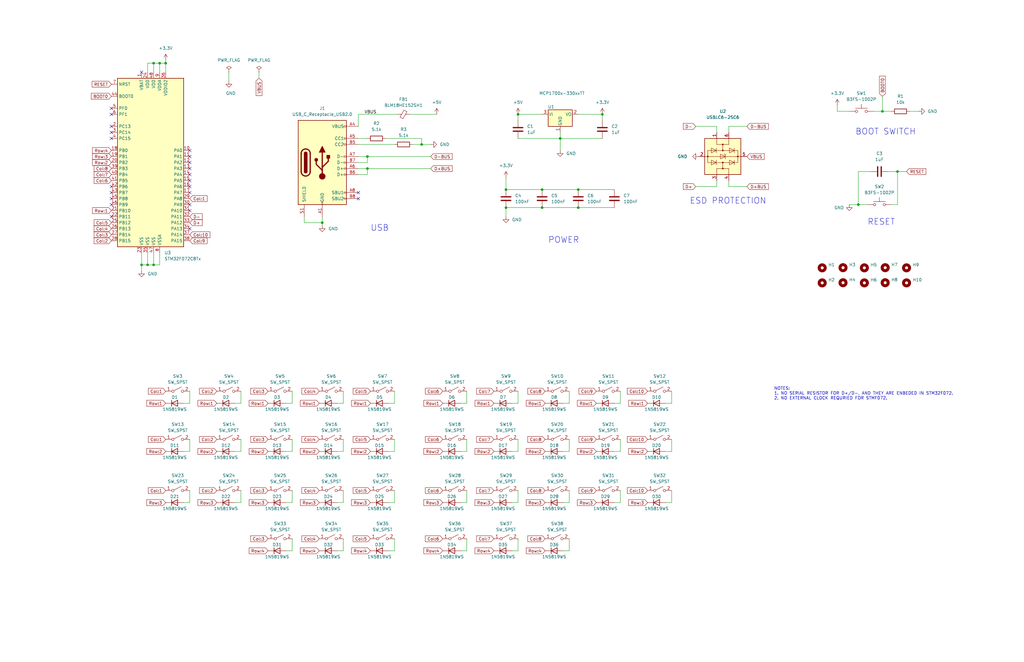
<source format=kicad_sch>
(kicad_sch (version 20230121) (generator eeschema)
  (paper "B")
  (junction (at 254 48.26))
  (junction (at 243.84 87.63))
  (junction (at 154.94 71.12))
  (junction (at 177.8 60.96))
  (junction (at 213.36 87.63))
  (junction (at 64.77 26.67))
  (junction (at 135.89 93.98))
  (junction (at 228.6 87.63))
  (junction (at 64.77 111.76))
  (junction (at 378.46 72.39))
  (junction (at 213.36 80.01))
  (junction (at 154.94 66.04))
  (junction (at 69.85 26.67))
  (junction (at 361.95 86.36))
  (junction (at 228.6 80.01))
  (junction (at 218.44 48.26))
  (junction (at 59.69 111.76))
  (junction (at 236.22 58.42))
  (junction (at 67.31 26.67))
  (junction (at 62.23 111.76))
  (junction (at 243.84 80.01))
  (junction (at 372.11 46.99))
  (no_connect (at 80.01 63.5))
  (no_connect (at 80.01 66.04))
  (no_connect (at 46.99 83.82))
  (no_connect (at 80.01 86.36))
  (no_connect (at 80.01 88.9))
  (no_connect (at 46.99 53.34))
  (no_connect (at 80.01 78.74))
  (no_connect (at 46.99 91.44))
  (no_connect (at 46.99 48.26))
  (no_connect (at 46.99 81.28))
  (no_connect (at 46.99 58.42))
  (no_connect (at 151.13 83.82))
  (no_connect (at 80.01 81.28))
  (no_connect (at 46.99 45.72))
  (no_connect (at 80.01 71.12))
  (no_connect (at 80.01 96.52))
  (no_connect (at 46.99 55.88))
  (no_connect (at 151.13 81.28))
  (no_connect (at 59.69 30.48))
  (no_connect (at 46.99 78.74))
  (no_connect (at 80.01 76.2))
  (no_connect (at 46.99 86.36))
  (no_connect (at 80.01 68.58))
  (no_connect (at 80.01 73.66))
  (wire (pts (xy 383.54 46.99) (xy 387.35 46.99)))
  (wire (pts (xy 144.78 207.01) (xy 144.78 212.09)))
  (wire (pts (xy 240.03 212.09) (xy 237.49 212.09)))
  (wire (pts (xy 196.85 170.18) (xy 194.31 170.18)))
  (wire (pts (xy 162.56 58.42) (xy 177.8 58.42)))
  (wire (pts (xy 80.01 212.09) (xy 77.47 212.09)))
  (wire (pts (xy 166.37 185.42) (xy 166.37 190.5)))
  (wire (pts (xy 123.19 190.5) (xy 120.65 190.5)))
  (wire (pts (xy 283.21 165.1) (xy 283.21 170.18)))
  (wire (pts (xy 213.36 87.63) (xy 228.6 87.63)))
  (wire (pts (xy 218.44 58.42) (xy 236.22 58.42)))
  (wire (pts (xy 154.94 71.12) (xy 181.61 71.12)))
  (wire (pts (xy 196.85 185.42) (xy 196.85 190.5)))
  (wire (pts (xy 144.78 170.18) (xy 142.24 170.18)))
  (wire (pts (xy 196.85 227.33) (xy 196.85 232.41)))
  (wire (pts (xy 218.44 165.1) (xy 218.44 170.18)))
  (wire (pts (xy 62.23 30.48) (xy 62.23 26.67)))
  (wire (pts (xy 69.85 25.4) (xy 69.85 26.67)))
  (wire (pts (xy 240.03 227.33) (xy 240.03 232.41)))
  (wire (pts (xy 101.6 190.5) (xy 99.06 190.5)))
  (wire (pts (xy 218.44 50.8) (xy 218.44 48.26)))
  (wire (pts (xy 64.77 106.68) (xy 64.77 111.76)))
  (wire (pts (xy 69.85 26.67) (xy 69.85 30.48)))
  (wire (pts (xy 213.36 91.44) (xy 213.36 87.63)))
  (wire (pts (xy 64.77 26.67) (xy 64.77 30.48)))
  (wire (pts (xy 151.13 68.58) (xy 154.94 68.58)))
  (wire (pts (xy 283.21 207.01) (xy 283.21 212.09)))
  (wire (pts (xy 172.72 48.26) (xy 184.15 48.26)))
  (wire (pts (xy 261.62 190.5) (xy 259.08 190.5)))
  (wire (pts (xy 213.36 74.93) (xy 213.36 80.01)))
  (wire (pts (xy 283.21 170.18) (xy 280.67 170.18)))
  (wire (pts (xy 151.13 58.42) (xy 154.94 58.42)))
  (wire (pts (xy 243.84 48.26) (xy 254 48.26)))
  (wire (pts (xy 372.11 46.99) (xy 372.11 40.64)))
  (wire (pts (xy 218.44 190.5) (xy 215.9 190.5)))
  (wire (pts (xy 144.78 212.09) (xy 142.24 212.09)))
  (wire (pts (xy 67.31 26.67) (xy 67.31 30.48)))
  (wire (pts (xy 302.26 78.74) (xy 293.37 78.74)))
  (wire (pts (xy 151.13 48.26) (xy 167.64 48.26)))
  (wire (pts (xy 307.34 55.88) (xy 307.34 53.34)))
  (wire (pts (xy 80.01 170.18) (xy 77.47 170.18)))
  (wire (pts (xy 283.21 190.5) (xy 280.67 190.5)))
  (wire (pts (xy 80.01 165.1) (xy 80.01 170.18)))
  (wire (pts (xy 144.78 185.42) (xy 144.78 190.5)))
  (wire (pts (xy 151.13 66.04) (xy 154.94 66.04)))
  (wire (pts (xy 151.13 71.12) (xy 154.94 71.12)))
  (wire (pts (xy 196.85 190.5) (xy 194.31 190.5)))
  (wire (pts (xy 64.77 111.76) (xy 67.31 111.76)))
  (wire (pts (xy 361.95 72.39) (xy 361.95 86.36)))
  (wire (pts (xy 154.94 68.58) (xy 154.94 66.04)))
  (wire (pts (xy 261.62 170.18) (xy 259.08 170.18)))
  (wire (pts (xy 254 48.26) (xy 254 50.8)))
  (wire (pts (xy 128.27 93.98) (xy 135.89 93.98)))
  (wire (pts (xy 240.03 232.41) (xy 237.49 232.41)))
  (wire (pts (xy 177.8 60.96) (xy 181.61 60.96)))
  (wire (pts (xy 368.3 46.99) (xy 372.11 46.99)))
  (wire (pts (xy 166.37 190.5) (xy 163.83 190.5)))
  (wire (pts (xy 101.6 207.01) (xy 101.6 212.09)))
  (wire (pts (xy 372.11 46.99) (xy 375.92 46.99)))
  (wire (pts (xy 218.44 185.42) (xy 218.44 190.5)))
  (wire (pts (xy 166.37 170.18) (xy 163.83 170.18)))
  (wire (pts (xy 218.44 170.18) (xy 215.9 170.18)))
  (wire (pts (xy 378.46 86.36) (xy 378.46 72.39)))
  (wire (pts (xy 375.92 86.36) (xy 378.46 86.36)))
  (wire (pts (xy 358.14 86.36) (xy 361.95 86.36)))
  (wire (pts (xy 177.8 58.42) (xy 177.8 60.96)))
  (wire (pts (xy 261.62 165.1) (xy 261.62 170.18)))
  (wire (pts (xy 154.94 73.66) (xy 154.94 71.12)))
  (wire (pts (xy 96.52 30.48) (xy 96.52 34.29)))
  (wire (pts (xy 109.22 30.48) (xy 109.22 33.02)))
  (wire (pts (xy 261.62 185.42) (xy 261.62 190.5)))
  (wire (pts (xy 283.21 185.42) (xy 283.21 190.5)))
  (wire (pts (xy 64.77 26.67) (xy 67.31 26.67)))
  (wire (pts (xy 307.34 53.34) (xy 314.96 53.34)))
  (wire (pts (xy 123.19 185.42) (xy 123.19 190.5)))
  (wire (pts (xy 240.03 190.5) (xy 237.49 190.5)))
  (wire (pts (xy 353.06 46.99) (xy 353.06 44.45)))
  (wire (pts (xy 123.19 170.18) (xy 120.65 170.18)))
  (wire (pts (xy 101.6 212.09) (xy 99.06 212.09)))
  (wire (pts (xy 59.69 111.76) (xy 62.23 111.76)))
  (wire (pts (xy 151.13 53.34) (xy 151.13 48.26)))
  (wire (pts (xy 144.78 190.5) (xy 142.24 190.5)))
  (wire (pts (xy 196.85 165.1) (xy 196.85 170.18)))
  (wire (pts (xy 59.69 106.68) (xy 59.69 111.76)))
  (wire (pts (xy 123.19 212.09) (xy 120.65 212.09)))
  (wire (pts (xy 367.03 72.39) (xy 361.95 72.39)))
  (wire (pts (xy 151.13 73.66) (xy 154.94 73.66)))
  (wire (pts (xy 243.84 80.01) (xy 259.08 80.01)))
  (wire (pts (xy 302.26 76.2) (xy 302.26 78.74)))
  (wire (pts (xy 123.19 165.1) (xy 123.19 170.18)))
  (wire (pts (xy 314.96 78.74) (xy 307.34 78.74)))
  (wire (pts (xy 228.6 80.01) (xy 243.84 80.01)))
  (wire (pts (xy 135.89 93.98) (xy 135.89 91.44)))
  (wire (pts (xy 240.03 170.18) (xy 237.49 170.18)))
  (wire (pts (xy 218.44 227.33) (xy 218.44 232.41)))
  (wire (pts (xy 154.94 66.04) (xy 181.61 66.04)))
  (wire (pts (xy 213.36 80.01) (xy 228.6 80.01)))
  (wire (pts (xy 358.14 46.99) (xy 353.06 46.99)))
  (wire (pts (xy 196.85 207.01) (xy 196.85 212.09)))
  (wire (pts (xy 128.27 91.44) (xy 128.27 93.98)))
  (wire (pts (xy 123.19 232.41) (xy 120.65 232.41)))
  (wire (pts (xy 236.22 58.42) (xy 236.22 55.88)))
  (wire (pts (xy 62.23 26.67) (xy 64.77 26.67)))
  (wire (pts (xy 151.13 60.96) (xy 166.37 60.96)))
  (wire (pts (xy 166.37 165.1) (xy 166.37 170.18)))
  (wire (pts (xy 166.37 227.33) (xy 166.37 232.41)))
  (wire (pts (xy 144.78 165.1) (xy 144.78 170.18)))
  (wire (pts (xy 123.19 227.33) (xy 123.19 232.41)))
  (wire (pts (xy 173.99 60.96) (xy 177.8 60.96)))
  (wire (pts (xy 135.89 95.25) (xy 135.89 93.98)))
  (wire (pts (xy 62.23 106.68) (xy 62.23 111.76)))
  (wire (pts (xy 196.85 212.09) (xy 194.31 212.09)))
  (wire (pts (xy 166.37 207.01) (xy 166.37 212.09)))
  (wire (pts (xy 374.65 72.39) (xy 378.46 72.39)))
  (wire (pts (xy 59.69 111.76) (xy 59.69 114.3)))
  (wire (pts (xy 236.22 58.42) (xy 236.22 63.5)))
  (wire (pts (xy 123.19 207.01) (xy 123.19 212.09)))
  (wire (pts (xy 144.78 227.33) (xy 144.78 232.41)))
  (wire (pts (xy 240.03 207.01) (xy 240.03 212.09)))
  (wire (pts (xy 261.62 212.09) (xy 259.08 212.09)))
  (wire (pts (xy 67.31 26.67) (xy 69.85 26.67)))
  (wire (pts (xy 261.62 207.01) (xy 261.62 212.09)))
  (wire (pts (xy 218.44 48.26) (xy 228.6 48.26)))
  (wire (pts (xy 166.37 212.09) (xy 163.83 212.09)))
  (wire (pts (xy 67.31 106.68) (xy 67.31 111.76)))
  (wire (pts (xy 228.6 87.63) (xy 243.84 87.63)))
  (wire (pts (xy 302.26 53.34) (xy 302.26 55.88)))
  (wire (pts (xy 293.37 53.34) (xy 302.26 53.34)))
  (wire (pts (xy 62.23 111.76) (xy 64.77 111.76)))
  (wire (pts (xy 218.44 207.01) (xy 218.44 212.09)))
  (wire (pts (xy 101.6 185.42) (xy 101.6 190.5)))
  (wire (pts (xy 283.21 212.09) (xy 280.67 212.09)))
  (wire (pts (xy 80.01 190.5) (xy 77.47 190.5)))
  (wire (pts (xy 218.44 232.41) (xy 215.9 232.41)))
  (wire (pts (xy 254 58.42) (xy 236.22 58.42)))
  (wire (pts (xy 101.6 165.1) (xy 101.6 170.18)))
  (wire (pts (xy 240.03 165.1) (xy 240.03 170.18)))
  (wire (pts (xy 361.95 86.36) (xy 365.76 86.36)))
  (wire (pts (xy 218.44 212.09) (xy 215.9 212.09)))
  (wire (pts (xy 307.34 78.74) (xy 307.34 76.2)))
  (wire (pts (xy 144.78 232.41) (xy 142.24 232.41)))
  (wire (pts (xy 101.6 170.18) (xy 99.06 170.18)))
  (wire (pts (xy 80.01 207.01) (xy 80.01 212.09)))
  (wire (pts (xy 166.37 232.41) (xy 163.83 232.41)))
  (wire (pts (xy 240.03 185.42) (xy 240.03 190.5)))
  (wire (pts (xy 196.85 232.41) (xy 194.31 232.41)))
  (wire (pts (xy 80.01 185.42) (xy 80.01 190.5)))
  (wire (pts (xy 378.46 72.39) (xy 382.27 72.39)))
  (wire (pts (xy 243.84 87.63) (xy 259.08 87.63)))
  (text "POWER" (at 231.14 102.87 0) (effects (font (size 2.54 2.54)) (justify left bottom)))
  (text "ESD PROTECTION" (at 290.83 86.36 0) (effects (font (size 2.54 2.54)) (justify left bottom)))
  (text "BOOT SWITCH" (at 360.68 57.15 0) (effects (font (size 2.54 2.54)) (justify left bottom)))
  (text "USB" (at 156.21 97.79 0) (effects (font (size 2.54 2.54)) (justify left bottom)))
  (text "NOTES:\n1. NO SERIAL RESISTOR FOR D+/D-, AND THEY ARE ENBEDED IN STM32F072.\n2. NO EXTERNAL CLOCK REQURIED FOR STMF072." (at 326.39 168.91 0) (effects (font (size 1.27 1.27)) (justify left bottom)))
  (text "RESET" (at 365.76 95.25 0) (effects (font (size 2.54 2.54)) (justify left bottom)))
  (label "VBUS" (at 153.67 48.26 0))
  (global_label "Row:4" (shape input) (at 134.62 232.41 180) (property "Intersheetrefs" "${INTERSHEET_REFS}" (effects hide)))
  (global_label "Row:2" (shape input) (at 251.46 190.5 180) (property "Intersheetrefs" "${INTERSHEET_REFS}" (effects hide)))
  (global_label "Row:4" (shape input) (at 229.87 232.41 180) (property "Intersheetrefs" "${INTERSHEET_REFS}" (effects hide)))
  (global_label "Col:7" (shape input) (at 208.28 165.1 180) (property "Intersheetrefs" "${INTERSHEET_REFS}" (effects hide)))
  (global_label "Row:2" (shape input) (at 273.05 190.5 180) (property "Intersheetrefs" "${INTERSHEET_REFS}" (effects hide)))
  (global_label "Row:2" (shape input) (at 134.62 190.5 180) (property "Intersheetrefs" "${INTERSHEET_REFS}" (effects hide)))
  (global_label "D+" (shape input) (at 293.37 78.74 180) (property "Intersheetrefs" "${INTERSHEET_REFS}" (effects hide)))
  (global_label "Row:3" (shape input) (at 251.46 212.09 180) (property "Intersheetrefs" "${INTERSHEET_REFS}" (effects hide)))
  (global_label "Col:3" (shape input) (at 113.03 227.33 180) (property "Intersheetrefs" "${INTERSHEET_REFS}" (effects hide)))
  (global_label "Row:2" (shape input) (at 156.21 190.5 180) (property "Intersheetrefs" "${INTERSHEET_REFS}" (effects hide)))
  (global_label "RESET" (shape input) (at 46.99 35.56 180) (property "Intersheetrefs" "${INTERSHEET_REFS}" (effects hide)))
  (global_label "Row:2" (shape input) (at 208.28 190.5 180) (property "Intersheetrefs" "${INTERSHEET_REFS}" (effects hide)))
  (global_label "Col:8" (shape input) (at 46.99 71.12 180) (property "Intersheetrefs" "${INTERSHEET_REFS}" (effects hide)))
  (global_label "Col:3" (shape input) (at 113.03 185.42 180) (property "Intersheetrefs" "${INTERSHEET_REFS}" (effects hide)))
  (global_label "D+BUS" (shape input) (at 314.96 78.74 0) (property "Intersheetrefs" "${INTERSHEET_REFS}" (effects hide)))
  (global_label "Row:3" (shape input) (at 186.69 212.09 180) (property "Intersheetrefs" "${INTERSHEET_REFS}" (effects hide)))
  (global_label "Col:4" (shape input) (at 134.62 185.42 180) (property "Intersheetrefs" "${INTERSHEET_REFS}" (effects hide)))
  (global_label "Row:1" (shape input) (at 46.99 88.9 180) (property "Intersheetrefs" "${INTERSHEET_REFS}" (effects hide)))
  (global_label "Col:1" (shape input) (at 80.01 83.82 0) (property "Intersheetrefs" "${INTERSHEET_REFS}" (effects hide)))
  (global_label "Row:1" (shape input) (at 208.28 170.18 180) (property "Intersheetrefs" "${INTERSHEET_REFS}" (effects hide)))
  (global_label "Row:4" (shape input) (at 208.28 232.41 180) (property "Intersheetrefs" "${INTERSHEET_REFS}" (effects hide)))
  (global_label "D+" (shape input) (at 80.01 93.98 0) (property "Intersheetrefs" "${INTERSHEET_REFS}" (effects hide)))
  (global_label "Col:8" (shape input) (at 229.87 227.33 180) (property "Intersheetrefs" "${INTERSHEET_REFS}" (effects hide)))
  (global_label "D-" (shape input) (at 80.01 91.44 0) (property "Intersheetrefs" "${INTERSHEET_REFS}" (effects hide)))
  (global_label "Row:1" (shape input) (at 251.46 170.18 180) (property "Intersheetrefs" "${INTERSHEET_REFS}" (effects hide)))
  (global_label "Col:9" (shape input) (at 251.46 185.42 180) (property "Intersheetrefs" "${INTERSHEET_REFS}" (effects hide)))
  (global_label "Col:7" (shape input) (at 46.99 73.66 180) (property "Intersheetrefs" "${INTERSHEET_REFS}" (effects hide)))
  (global_label "Col:8" (shape input) (at 229.87 207.01 180) (property "Intersheetrefs" "${INTERSHEET_REFS}" (effects hide)))
  (global_label "Col:9" (shape input) (at 80.01 101.6 0) (property "Intersheetrefs" "${INTERSHEET_REFS}" (effects hide)))
  (global_label "Col:4" (shape input) (at 134.62 165.1 180) (property "Intersheetrefs" "${INTERSHEET_REFS}" (effects hide)))
  (global_label "Row:4" (shape input) (at 113.03 232.41 180) (property "Intersheetrefs" "${INTERSHEET_REFS}" (effects hide)))
  (global_label "Row:4" (shape input) (at 186.69 232.41 180) (property "Intersheetrefs" "${INTERSHEET_REFS}" (effects hide)))
  (global_label "Col:1" (shape input) (at 69.85 165.1 180) (property "Intersheetrefs" "${INTERSHEET_REFS}" (effects hide)))
  (global_label "Row:3" (shape input) (at 46.99 66.04 180) (property "Intersheetrefs" "${INTERSHEET_REFS}" (effects hide)))
  (global_label "Col:1" (shape input) (at 69.85 185.42 180) (property "Intersheetrefs" "${INTERSHEET_REFS}" (effects hide)))
  (global_label "Col:5" (shape input) (at 156.21 207.01 180) (property "Intersheetrefs" "${INTERSHEET_REFS}" (effects hide)))
  (global_label "Row:1" (shape input) (at 91.44 170.18 180) (property "Intersheetrefs" "${INTERSHEET_REFS}" (effects hide)))
  (global_label "Row:3" (shape input) (at 134.62 212.09 180) (property "Intersheetrefs" "${INTERSHEET_REFS}" (effects hide)))
  (global_label "Col:3" (shape input) (at 113.03 165.1 180) (property "Intersheetrefs" "${INTERSHEET_REFS}" (effects hide)))
  (global_label "Row:1" (shape input) (at 113.03 170.18 180) (property "Intersheetrefs" "${INTERSHEET_REFS}" (effects hide)))
  (global_label "Row:3" (shape input) (at 113.03 212.09 180) (property "Intersheetrefs" "${INTERSHEET_REFS}" (effects hide)))
  (global_label "Col:5" (shape input) (at 156.21 227.33 180) (property "Intersheetrefs" "${INTERSHEET_REFS}" (effects hide)))
  (global_label "Row:3" (shape input) (at 229.87 212.09 180) (property "Intersheetrefs" "${INTERSHEET_REFS}" (effects hide)))
  (global_label "Col:2" (shape input) (at 46.99 101.6 180) (property "Intersheetrefs" "${INTERSHEET_REFS}" (effects hide)))
  (global_label "BOOT0" (shape input) (at 372.11 40.64 90) (property "Intersheetrefs" "${INTERSHEET_REFS}" (effects hide)))
  (global_label "Row:3" (shape input) (at 69.85 212.09 180) (property "Intersheetrefs" "${INTERSHEET_REFS}" (effects hide)))
  (global_label "Col:6" (shape input) (at 46.99 76.2 180) (property "Intersheetrefs" "${INTERSHEET_REFS}" (effects hide)))
  (global_label "Row:2" (shape input) (at 46.99 68.58 180) (property "Intersheetrefs" "${INTERSHEET_REFS}" (effects hide)))
  (global_label "Row:1" (shape input) (at 186.69 170.18 180) (property "Intersheetrefs" "${INTERSHEET_REFS}" (effects hide)))
  (global_label "D-BUS" (shape input) (at 314.96 53.34 0) (property "Intersheetrefs" "${INTERSHEET_REFS}" (effects hide)))
  (global_label "D-" (shape input) (at 293.37 53.34 180) (property "Intersheetrefs" "${INTERSHEET_REFS}" (effects hide)))
  (global_label "Col:8" (shape input) (at 229.87 165.1 180) (property "Intersheetrefs" "${INTERSHEET_REFS}" (effects hide)))
  (global_label "Col:9" (shape input) (at 251.46 207.01 180) (property "Intersheetrefs" "${INTERSHEET_REFS}" (effects hide)))
  (global_label "Col:4" (shape input) (at 134.62 207.01 180) (property "Intersheetrefs" "${INTERSHEET_REFS}" (effects hide)))
  (global_label "D-BUS" (shape input) (at 181.61 66.04 0) (property "Intersheetrefs" "${INTERSHEET_REFS}" (effects hide)))
  (global_label "Row:2" (shape input) (at 113.03 190.5 180) (property "Intersheetrefs" "${INTERSHEET_REFS}" (effects hide)))
  (global_label "VBUS" (shape input) (at 109.22 33.02 270) (property "Intersheetrefs" "${INTERSHEET_REFS}" (effects hide)))
  (global_label "Row:3" (shape input) (at 91.44 212.09 180) (property "Intersheetrefs" "${INTERSHEET_REFS}" (effects hide)))
  (global_label "Row:4" (shape input) (at 156.21 232.41 180) (property "Intersheetrefs" "${INTERSHEET_REFS}" (effects hide)))
  (global_label "Row:2" (shape input) (at 229.87 190.5 180) (property "Intersheetrefs" "${INTERSHEET_REFS}" (effects hide)))
  (global_label "Col:6" (shape input) (at 186.69 227.33 180) (property "Intersheetrefs" "${INTERSHEET_REFS}" (effects hide)))
  (global_label "Col:7" (shape input) (at 208.28 227.33 180) (property "Intersheetrefs" "${INTERSHEET_REFS}" (effects hide)))
  (global_label "Row:2" (shape input) (at 186.69 190.5 180) (property "Intersheetrefs" "${INTERSHEET_REFS}" (effects hide)))
  (global_label "Col:6" (shape input) (at 186.69 165.1 180) (property "Intersheetrefs" "${INTERSHEET_REFS}" (effects hide)))
  (global_label "Row:4" (shape input) (at 46.99 63.5 180) (property "Intersheetrefs" "${INTERSHEET_REFS}" (effects hide)))
  (global_label "Col:7" (shape input) (at 208.28 207.01 180) (property "Intersheetrefs" "${INTERSHEET_REFS}" (effects hide)))
  (global_label "BOOT0" (shape input) (at 46.99 40.64 180) (property "Intersheetrefs" "${INTERSHEET_REFS}" (effects hide)))
  (global_label "Row:1" (shape input) (at 273.05 170.18 180) (property "Intersheetrefs" "${INTERSHEET_REFS}" (effects hide)))
  (global_label "Col:2" (shape input) (at 91.44 207.01 180) (property "Intersheetrefs" "${INTERSHEET_REFS}" (effects hide)))
  (global_label "RESET" (shape input) (at 382.27 72.39 0) (property "Intersheetrefs" "${INTERSHEET_REFS}" (effects hide)))
  (global_label "Col:10" (shape input) (at 273.05 165.1 180) (property "Intersheetrefs" "${INTERSHEET_REFS}" (effects hide)))
  (global_label "Row:3" (shape input) (at 156.21 212.09 180) (property "Intersheetrefs" "${INTERSHEET_REFS}" (effects hide)))
  (global_label "Col:8" (shape input) (at 229.87 185.42 180) (property "Intersheetrefs" "${INTERSHEET_REFS}" (effects hide)))
  (global_label "Col:10" (shape input) (at 80.01 99.06 0) (property "Intersheetrefs" "${INTERSHEET_REFS}" (effects hide)))
  (global_label "Row:1" (shape input) (at 229.87 170.18 180) (property "Intersheetrefs" "${INTERSHEET_REFS}" (effects hide)))
  (global_label "Row:1" (shape input) (at 134.62 170.18 180) (property "Intersheetrefs" "${INTERSHEET_REFS}" (effects hide)))
  (global_label "Col:3" (shape input) (at 46.99 99.06 180) (property "Intersheetrefs" "${INTERSHEET_REFS}" (effects hide)))
  (global_label "Col:7" (shape input) (at 208.28 185.42 180) (property "Intersheetrefs" "${INTERSHEET_REFS}" (effects hide)))
  (global_label "Row:3" (shape input) (at 208.28 212.09 180) (property "Intersheetrefs" "${INTERSHEET_REFS}" (effects hide)))
  (global_label "Col:10" (shape input) (at 273.05 207.01 180) (property "Intersheetrefs" "${INTERSHEET_REFS}" (effects hide)))
  (global_label "Col:4" (shape input) (at 46.99 96.52 180) (property "Intersheetrefs" "${INTERSHEET_REFS}" (effects hide)))
  (global_label "Col:2" (shape input) (at 91.44 165.1 180) (property "Intersheetrefs" "${INTERSHEET_REFS}" (effects hide)))
  (global_label "Row:1" (shape input) (at 69.85 170.18 180) (property "Intersheetrefs" "${INTERSHEET_REFS}" (effects hide)))
  (global_label "Row:3" (shape input) (at 273.05 212.09 180) (property "Intersheetrefs" "${INTERSHEET_REFS}" (effects hide)))
  (global_label "Col:5" (shape input) (at 46.99 93.98 180) (property "Intersheetrefs" "${INTERSHEET_REFS}" (effects hide)))
  (global_label "Col:9" (shape input) (at 251.46 165.1 180) (property "Intersheetrefs" "${INTERSHEET_REFS}" (effects hide)))
  (global_label "Col:3" (shape input) (at 113.03 207.01 180) (property "Intersheetrefs" "${INTERSHEET_REFS}" (effects hide)))
  (global_label "Col:6" (shape input) (at 186.69 207.01 180) (property "Intersheetrefs" "${INTERSHEET_REFS}" (effects hide)))
  (global_label "Row:2" (shape input) (at 91.44 190.5 180) (property "Intersheetrefs" "${INTERSHEET_REFS}" (effects hide)))
  (global_label "Col:10" (shape input) (at 273.05 185.42 180) (property "Intersheetrefs" "${INTERSHEET_REFS}" (effects hide)))
  (global_label "Col:5" (shape input) (at 156.21 165.1 180) (property "Intersheetrefs" "${INTERSHEET_REFS}" (effects hide)))
  (global_label "Row:1" (shape input) (at 156.21 170.18 180) (property "Intersheetrefs" "${INTERSHEET_REFS}" (effects hide)))
  (global_label "D+BUS" (shape input) (at 181.61 71.12 0) (property "Intersheetrefs" "${INTERSHEET_REFS}" (effects hide)))
  (global_label "Col:2" (shape input) (at 91.44 185.42 180) (property "Intersheetrefs" "${INTERSHEET_REFS}" (effects hide)))
  (global_label "Row:2" (shape input) (at 69.85 190.5 180) (property "Intersheetrefs" "${INTERSHEET_REFS}" (effects hide)))
  (global_label "Col:5" (shape input) (at 156.21 185.42 180) (property "Intersheetrefs" "${INTERSHEET_REFS}" (effects hide)))
  (global_label "VBUS" (shape input) (at 314.96 66.04 0) (property "Intersheetrefs" "${INTERSHEET_REFS}" (effects hide)))
  (global_label "Col:6" (shape input) (at 186.69 185.42 180) (property "Intersheetrefs" "${INTERSHEET_REFS}" (effects hide)))
  (global_label "Col:4" (shape input) (at 134.62 227.33 180) (property "Intersheetrefs" "${INTERSHEET_REFS}" (effects hide)))
  (global_label "Col:1" (shape input) (at 69.85 207.01 180) (property "Intersheetrefs" "${INTERSHEET_REFS}" (effects hide)))
  (symbol (lib_id "Device:D") (at 190.5 170.18 0) (unit 1)
    (property "Reference" "D6" (at 190.5 167.64 0))
    (property "Value" "1N5819WS" (at 190.5 172.72 0))
    (property "Footprint" "Diode_SMD:D_SOD-323" (effects hide))
    (property "LCSC Part Number" "C191023" (effects hide))
  )
  (symbol (lib_id "power:GND") (at 358.14 86.36 0) (unit 1)
    (property "Reference" "#PWR010" (effects hide))
    (property "Value" "GND" (at 351.79 87.63 0) (effects (justify left)))
  )
  (symbol (lib_id "Device:D") (at 212.09 232.41 0) (unit 1)
    (property "Reference" "D35" (at 212.09 229.87 0))
    (property "Value" "1N5819WS" (at 212.09 234.95 0))
    (property "Footprint" "Diode_SMD:D_SOD-323" (effects hide))
    (property "LCSC Part Number" "C191023" (effects hide))
  )
  (symbol (lib_id "Device:D") (at 160.02 190.5 0) (unit 1)
    (property "Reference" "D15" (at 160.02 187.96 0))
    (property "Value" "1N5819WS" (at 160.02 193.04 0))
    (property "Footprint" "Diode_SMD:D_SOD-323" (effects hide))
    (property "LCSC Part Number" "C191023" (effects hide))
  )
  (symbol (lib_id "Device:D") (at 138.43 212.09 0) (unit 1)
    (property "Reference" "D24" (at 138.43 209.55 0))
    (property "Value" "1N5819WS" (at 138.43 214.63 0))
    (property "Footprint" "Diode_SMD:D_SOD-323" (effects hide))
    (property "LCSC Part Number" "C191023" (effects hide))
  )
  (symbol (lib_id "Mechanical:MountingHole") (at 346.71 113.03 0) (unit 1)
    (property "Reference" "H1" (at 349.25 111.7599 0) (effects (justify left)))
    (property "Value" "M3" (effects hide))
    (property "Footprint" "MountingHole:MountingHole_3.2mm_M3_DIN965" (effects hide))
    (property "LCSC Part Number" "n/a" (effects hide))
  )
  (symbol (lib_id "power:PWR_FLAG") (at 109.22 30.48 0) (unit 1)
    (property "Reference" "#FLG02" (effects hide))
    (property "Value" "PWR_FLAG" (at 109.22 25.4 0))
  )
  (symbol (lib_id "Device:D") (at 116.84 212.09 0) (unit 1)
    (property "Reference" "D23" (at 116.84 209.55 0))
    (property "Value" "1N5819WS" (at 116.84 214.63 0))
    (property "Footprint" "Diode_SMD:D_SOD-323" (effects hide))
    (property "LCSC Part Number" "C191023" (effects hide))
  )
  (symbol (lib_id "Device:C") (at 370.84 72.39 90) (unit 1)
    (property "Reference" "C3" (at 370.84 64.77 90))
    (property "Value" "1uF" (at 370.84 67.31 90))
    (property "Footprint" "Capacitor_SMD:C_0805_2012Metric" (effects hide))
    (property "LCSC Part Number" "C28323" (effects hide))
  )
  (symbol (lib_id "Switch:SW_SPST") (at 213.36 185.42 0) (unit 1)
    (property "Reference" "SW19" (at 213.36 179.07 0))
    (property "Value" "SW_SPST" (at 213.36 181.61 0))
    (property "Footprint" "keyswitches:Kailh_socket_MX" (effects hide))
    (property "LCSC Part Number" "n/a" (effects hide))
  )
  (symbol (lib_id "power:GND") (at 96.52 34.29 0) (unit 1)
    (property "Reference" "#PWR02" (effects hide))
    (property "Value" "GND" (at 95.25 39.37 0) (effects (justify left)))
  )
  (symbol (lib_id "Switch:SW_SPST") (at 191.77 185.42 0) (unit 1)
    (property "Reference" "SW18" (at 191.77 179.07 0))
    (property "Value" "SW_SPST" (at 191.77 181.61 0))
    (property "Footprint" "keyswitches:Kailh_socket_MX" (effects hide))
    (property "LCSC Part Number" "n/a" (effects hide))
  )
  (symbol (lib_id "Switch:SW_SPST") (at 191.77 227.33 0) (unit 1)
    (property "Reference" "SW36" (at 191.77 220.98 0))
    (property "Value" "SW_SPST" (at 191.77 223.52 0))
    (property "Footprint" "keyswitches:Kailh_socket_MX" (effects hide))
    (property "LCSC Part Number" "n/a" (effects hide))
  )
  (symbol (lib_id "Power_Protection:USBLC6-2SC6") (at 304.8 66.04 270) (unit 1)
    (property "Reference" "U2" (at 304.8 46.99 90))
    (property "Value" "USBLC6-2SC6" (at 304.8 49.53 90))
    (property "Footprint" "Package_TO_SOT_SMD:SOT-23-6" (effects hide))
    (property "Datasheet" "https://www.st.com/resource/en/datasheet/usblc6-2.pdf" (effects hide))
    (property "LCSC Part Number" "C7519" (effects hide))
  )
  (symbol (lib_id "Switch:SW_SPST") (at 139.7 185.42 0) (unit 1)
    (property "Reference" "SW16" (at 139.7 179.07 0))
    (property "Value" "SW_SPST" (at 139.7 181.61 0))
    (property "Footprint" "keyswitches:Kailh_socket_MX" (effects hide))
    (property "LCSC Part Number" "n/a" (effects hide))
  )
  (symbol (lib_id "Switch:SW_SPST") (at 139.7 165.1 0) (unit 1)
    (property "Reference" "SW6" (at 139.7 158.75 0))
    (property "Value" "SW_SPST" (at 139.7 161.29 0))
    (property "Footprint" "keyswitches:Kailh_socket_MX" (effects hide))
    (property "LCSC Part Number" "n/a" (effects hide))
  )
  (symbol (lib_id "power:GND") (at 213.36 91.44 0) (unit 1)
    (property "Reference" "#PWR011" (effects hide))
    (property "Value" "GND" (at 215.9 92.7099 0) (effects (justify left)))
  )
  (symbol (lib_id "Switch:SW_SPST") (at 96.52 185.42 0) (unit 1)
    (property "Reference" "SW14" (at 96.52 179.07 0))
    (property "Value" "SW_SPST" (at 96.52 181.61 0))
    (property "Footprint" "keyswitches:Kailh_socket_MX" (effects hide))
    (property "LCSC Part Number" "n/a" (effects hide))
  )
  (symbol (lib_id "Device:C") (at 254 54.61 0) (unit 1)
    (property "Reference" "C2" (at 257.81 53.3399 0) (effects (justify left)))
    (property "Value" "1uF" (at 257.81 55.8799 0) (effects (justify left)))
    (property "Footprint" "Capacitor_SMD:C_0805_2012Metric" (effects hide))
    (property "LCSC Part Number" "C28323" (effects hide))
  )
  (symbol (lib_id "power:PWR_FLAG") (at 96.52 30.48 0) (unit 1)
    (property "Reference" "#FLG01" (effects hide))
    (property "Value" "PWR_FLAG" (at 96.52 25.4 0))
  )
  (symbol (lib_id "Device:R") (at 379.73 46.99 270) (unit 1)
    (property "Reference" "R1" (at 379.73 40.64 90))
    (property "Value" "10k" (at 379.73 43.18 90))
    (property "Footprint" "Resistor_SMD:R_0805_2012Metric" (effects hide))
    (property "LCSC Part Number" "C17414" (effects hide))
  )
  (symbol (lib_id "Switch:SW_SPST") (at 139.7 207.01 0) (unit 1)
    (property "Reference" "SW26" (at 139.7 200.66 0))
    (property "Value" "SW_SPST" (at 139.7 203.2 0))
    (property "Footprint" "keyswitches:Kailh_socket_MX" (effects hide))
    (property "LCSC Part Number" "n/a" (effects hide))
  )
  (symbol (lib_id "MCU_ST_STM32F0:STM32F072C8Tx") (at 64.77 68.58 0) (unit 1)
    (property "Reference" "U3" (at 69.3294 106.68 0) (effects (justify left)))
    (property "Value" "STM32F072C8Tx" (at 69.3294 109.22 0) (effects (justify left)))
    (property "Footprint" "Package_QFP:LQFP-48_7x7mm_P0.5mm" (effects hide))
    (property "Datasheet" "http://www.st.com/st-web-ui/static/active/en/resource/technical/document/datasheet/DM00090510.pdf" (effects hide))
    (property "LCSC Part Number" "C80488" (effects hide))
  )
  (symbol (lib_id "Device:D") (at 116.84 232.41 0) (unit 1)
    (property "Reference" "D31" (at 116.84 229.87 0))
    (property "Value" "1N5819WS" (at 116.84 234.95 0))
    (property "Footprint" "Diode_SMD:D_SOD-323" (effects hide))
    (property "LCSC Part Number" "C191023" (effects hide))
  )
  (symbol (lib_id "Device:C") (at 228.6 83.82 0) (unit 1)
    (property "Reference" "C5" (at 232.41 82.5499 0) (effects (justify left)))
    (property "Value" "100nF" (at 232.41 85.0899 0) (effects (justify left)))
    (property "Footprint" "Capacitor_SMD:C_0603_1608Metric" (effects hide))
    (property "LCSC Part Number" "C14663" (effects hide))
  )
  (symbol (lib_id "Switch:SW_SPST") (at 278.13 185.42 0) (unit 1)
    (property "Reference" "SW22" (at 278.13 179.07 0))
    (property "Value" "SW_SPST" (at 278.13 181.61 0))
    (property "Footprint" "keyswitches:Kailh_socket_MX" (effects hide))
    (property "LCSC Part Number" "n/a" (effects hide))
  )
  (symbol (lib_id "Switch:SW_SPST") (at 213.36 165.1 0) (unit 1)
    (property "Reference" "SW9" (at 213.36 158.75 0))
    (property "Value" "SW_SPST" (at 213.36 161.29 0))
    (property "Footprint" "keyswitches:Kailh_socket_MX" (effects hide))
    (property "LCSC Part Number" "n/a" (effects hide))
  )
  (symbol (lib_id "Device:D") (at 212.09 212.09 0) (unit 1)
    (property "Reference" "D27" (at 212.09 209.55 0))
    (property "Value" "1N5819WS" (at 212.09 214.63 0))
    (property "Footprint" "Diode_SMD:D_SOD-323" (effects hide))
    (property "LCSC Part Number" "C191023" (effects hide))
  )
  (symbol (lib_id "power:GND") (at 387.35 46.99 90) (unit 1)
    (property "Reference" "#PWR04" (effects hide))
    (property "Value" "GND" (at 391.16 46.9899 90) (effects (justify right)))
  )
  (symbol (lib_id "Device:D") (at 276.86 170.18 0) (unit 1)
    (property "Reference" "D10" (at 276.86 167.64 0))
    (property "Value" "1N5819WS" (at 276.86 172.72 0))
    (property "Footprint" "Diode_SMD:D_SOD-323" (effects hide))
    (property "LCSC Part Number" "C191023" (effects hide))
  )
  (symbol (lib_id "Device:D") (at 160.02 232.41 0) (unit 1)
    (property "Reference" "D33" (at 160.02 229.87 0))
    (property "Value" "1N5819WS" (at 160.02 234.95 0))
    (property "Footprint" "Diode_SMD:D_SOD-323" (effects hide))
    (property "LCSC Part Number" "C191023" (effects hide))
  )
  (symbol (lib_id "Device:D") (at 73.66 212.09 0) (unit 1)
    (property "Reference" "D21" (at 73.66 209.55 0))
    (property "Value" "1N5819WS" (at 73.66 214.63 0))
    (property "Footprint" "Diode_SMD:D_SOD-323" (effects hide))
    (property "LCSC Part Number" "C191023" (effects hide))
  )
  (symbol (lib_id "Switch:SW_SPST") (at 191.77 207.01 0) (unit 1)
    (property "Reference" "SW28" (at 191.77 200.66 0))
    (property "Value" "SW_SPST" (at 191.77 203.2 0))
    (property "Footprint" "keyswitches:Kailh_socket_MX" (effects hide))
    (property "LCSC Part Number" "n/a" (effects hide))
  )
  (symbol (lib_id "Switch:SW_SPST") (at 213.36 207.01 0) (unit 1)
    (property "Reference" "SW29" (at 213.36 200.66 0))
    (property "Value" "SW_SPST" (at 213.36 203.2 0))
    (property "Footprint" "keyswitches:Kailh_socket_MX" (effects hide))
    (property "LCSC Part Number" "n/a" (effects hide))
  )
  (symbol (lib_id "Device:D") (at 233.68 170.18 0) (unit 1)
    (property "Reference" "D8" (at 233.68 167.64 0))
    (property "Value" "1N5819WS" (at 233.68 172.72 0))
    (property "Footprint" "Diode_SMD:D_SOD-323" (effects hide))
    (property "LCSC Part Number" "C191023" (effects hide))
  )
  (symbol (lib_id "Device:D") (at 276.86 190.5 0) (unit 1)
    (property "Reference" "D20" (at 276.86 187.96 0))
    (property "Value" "1N5819WS" (at 276.86 193.04 0))
    (property "Footprint" "Diode_SMD:D_SOD-323" (effects hide))
    (property "LCSC Part Number" "C191023" (effects hide))
  )
  (symbol (lib_id "Device:R") (at 170.18 60.96 90) (unit 1)
    (property "Reference" "R3" (at 170.18 54.61 90))
    (property "Value" "5.1k" (at 170.18 57.15 90))
    (property "Footprint" "Resistor_SMD:R_0805_2012Metric" (effects hide))
    (property "LCSC Part Number" "C27834" (effects hide))
  )
  (symbol (lib_id "Switch:SW_SPST") (at 234.95 185.42 0) (unit 1)
    (property "Reference" "SW20" (at 234.95 179.07 0))
    (property "Value" "SW_SPST" (at 234.95 181.61 0))
    (property "Footprint" "keyswitches:Kailh_socket_MX" (effects hide))
    (property "LCSC Part Number" "n/a" (effects hide))
  )
  (symbol (lib_id "Connector:USB_C_Receptacle_USB2.0") (at 135.89 68.58 0) (unit 1)
    (property "Reference" "J1" (at 135.89 45.72 0))
    (property "Value" "USB_C_Receptacle_USB2.0" (at 135.89 48.26 0))
    (property "Footprint" "Connector_USB:USB_C_Receptacle_GCT_USB4085" (effects hide))
    (property "Datasheet" "https://www.usb.org/sites/default/files/documents/usb_type-c.zip" (effects hide))
    (property "LCSC Part Number" "n/a" (effects hide))
  )
  (symbol (lib_id "Mechanical:MountingHole") (at 382.27 113.03 0) (unit 1)
    (property "Reference" "H9" (at 384.81 111.7599 0) (effects (justify left)))
    (property "Value" "M3" (effects hide))
    (property "Footprint" "MountingHole:MountingHole_3.2mm_M3_DIN965" (effects hide))
    (property "LCSC Part Number" "n/a" (effects hide))
  )
  (symbol (lib_id "Device:R") (at 158.75 58.42 90) (unit 1)
    (property "Reference" "R2" (at 158.75 52.07 90))
    (property "Value" "5.1k" (at 158.75 54.61 90))
    (property "Footprint" "Resistor_SMD:R_0805_2012Metric" (effects hide))
    (property "LCSC Part Number" "C27834" (effects hide))
  )
  (symbol (lib_id "Device:D") (at 95.25 212.09 0) (unit 1)
    (property "Reference" "D22" (at 95.25 209.55 0))
    (property "Value" "1N5819WS" (at 95.25 214.63 0))
    (property "Footprint" "Diode_SMD:D_SOD-323" (effects hide))
    (property "LCSC Part Number" "C191023" (effects hide))
  )
  (symbol (lib_id "Device:D") (at 276.86 212.09 0) (unit 1)
    (property "Reference" "D30" (at 276.86 209.55 0))
    (property "Value" "1N5819WS" (at 276.86 214.63 0))
    (property "Footprint" "Diode_SMD:D_SOD-323" (effects hide))
    (property "LCSC Part Number" "C191023" (effects hide))
  )
  (symbol (lib_id "Device:D") (at 138.43 232.41 0) (unit 1)
    (property "Reference" "D32" (at 138.43 229.87 0))
    (property "Value" "1N5819WS" (at 138.43 234.95 0))
    (property "Footprint" "Diode_SMD:D_SOD-323" (effects hide))
    (property "LCSC Part Number" "C191023" (effects hide))
  )
  (symbol (lib_id "Switch:SW_SPST") (at 191.77 165.1 0) (unit 1)
    (property "Reference" "SW8" (at 191.77 158.75 0))
    (property "Value" "SW_SPST" (at 191.77 161.29 0))
    (property "Footprint" "keyswitches:Kailh_socket_MX" (effects hide))
    (property "LCSC Part Number" "n/a" (effects hide))
  )
  (symbol (lib_id "Switch:SW_SPST") (at 256.54 185.42 0) (unit 1)
    (property "Reference" "SW21" (at 256.54 179.07 0))
    (property "Value" "SW_SPST" (at 256.54 181.61 0))
    (property "Footprint" "keyswitches:Kailh_socket_MX" (effects hide))
    (property "LCSC Part Number" "n/a" (effects hide))
  )
  (symbol (lib_id "Device:D") (at 233.68 212.09 0) (unit 1)
    (property "Reference" "D28" (at 233.68 209.55 0))
    (property "Value" "1N5819WS" (at 233.68 214.63 0))
    (property "Footprint" "Diode_SMD:D_SOD-323" (effects hide))
    (property "LCSC Part Number" "C191023" (effects hide))
  )
  (symbol (lib_id "Switch:SW_SPST") (at 96.52 207.01 0) (unit 1)
    (property "Reference" "SW24" (at 96.52 200.66 0))
    (property "Value" "SW_SPST" (at 96.52 203.2 0))
    (property "Footprint" "keyswitches:Kailh_socket_MX" (effects hide))
    (property "LCSC Part Number" "n/a" (effects hide))
  )
  (symbol (lib_id "Device:D") (at 255.27 190.5 0) (unit 1)
    (property "Reference" "D19" (at 255.27 187.96 0))
    (property "Value" "1N5819WS" (at 255.27 193.04 0))
    (property "Footprint" "Diode_SMD:D_SOD-323" (effects hide))
    (property "LCSC Part Number" "C191023" (effects hide))
  )
  (symbol (lib_id "Device:D") (at 212.09 190.5 0) (unit 1)
    (property "Reference" "D17" (at 212.09 187.96 0))
    (property "Value" "1N5819WS" (at 212.09 193.04 0))
    (property "Footprint" "Diode_SMD:D_SOD-323" (effects hide))
    (property "LCSC Part Number" "C191023" (effects hide))
  )
  (symbol (lib_id "Switch:SW_SPST") (at 74.93 165.1 0) (unit 1)
    (property "Reference" "SW3" (at 74.93 158.75 0))
    (property "Value" "SW_SPST" (at 74.93 161.29 0))
    (property "Footprint" "keyswitches:Kailh_socket_MX" (effects hide))
    (property "LCSC Part Number" "n/a" (effects hide))
  )
  (symbol (lib_id "Switch:SW_SPST") (at 96.52 165.1 0) (unit 1)
    (property "Reference" "SW4" (at 96.52 158.75 0))
    (property "Value" "SW_SPST" (at 96.52 161.29 0))
    (property "Footprint" "keyswitches:Kailh_socket_MX" (effects hide))
    (property "LCSC Part Number" "n/a" (effects hide))
  )
  (symbol (lib_id "Device:D") (at 73.66 170.18 0) (unit 1)
    (property "Reference" "D1" (at 73.66 167.64 0))
    (property "Value" "1N5819WS" (at 73.66 172.72 0))
    (property "Footprint" "Diode_SMD:D_SOD-323" (effects hide))
    (property "LCSC Part Number" "C191023" (effects hide))
  )
  (symbol (lib_id "Switch:SW_SPST") (at 234.95 227.33 0) (unit 1)
    (property "Reference" "SW38" (at 234.95 220.98 0))
    (property "Value" "SW_SPST" (at 234.95 223.52 0))
    (property "Footprint" "keyswitches:Kailh_socket_MX" (effects hide))
    (property "LCSC Part Number" "n/a" (effects hide))
  )
  (symbol (lib_id "Switch:SW_SPST") (at 74.93 185.42 0) (unit 1)
    (property "Reference" "SW13" (at 74.93 179.07 0))
    (property "Value" "SW_SPST" (at 74.93 181.61 0))
    (property "Footprint" "keyswitches:Kailh_socket_MX" (effects hide))
    (property "LCSC Part Number" "n/a" (effects hide))
  )
  (symbol (lib_id "Mechanical:MountingHole") (at 373.2698 112.9619 0) (unit 1)
    (property "Reference" "H7" (at 375.8098 111.6918 0) (effects (justify left)))
    (property "Value" "M3" (effects hide))
    (property "Footprint" "MountingHole:MountingHole_3.2mm_M3_DIN965" (effects hide))
    (property "LCSC Part Number" "n/a" (effects hide))
  )
  (symbol (lib_id "Switch:SW_SPST") (at 213.36 227.33 0) (unit 1)
    (property "Reference" "SW37" (at 213.36 220.98 0))
    (property "Value" "SW_SPST" (at 213.36 223.52 0))
    (property "Footprint" "keyswitches:Kailh_socket_MX" (effects hide))
    (property "LCSC Part Number" "n/a" (effects hide))
  )
  (symbol (lib_id "power:GND") (at 59.69 114.3 0) (unit 1)
    (property "Reference" "#PWR013" (effects hide))
    (property "Value" "GND" (at 62.23 115.5699 0) (effects (justify left)))
  )
  (symbol (lib_id "Switch:SW_SPST") (at 161.29 165.1 0) (unit 1)
    (property "Reference" "SW7" (at 161.29 158.75 0))
    (property "Value" "SW_SPST" (at 161.29 161.29 0))
    (property "Footprint" "keyswitches:Kailh_socket_MX" (effects hide))
    (property "LCSC Part Number" "n/a" (effects hide))
  )
  (symbol (lib_id "Switch:SW_SPST") (at 256.54 207.01 0) (unit 1)
    (property "Reference" "SW31" (at 256.54 200.66 0))
    (property "Value" "SW_SPST" (at 256.54 203.2 0))
    (property "Footprint" "keyswitches:Kailh_socket_MX" (effects hide))
    (property "LCSC Part Number" "n/a" (effects hide))
  )
  (symbol (lib_id "Device:C") (at 213.36 83.82 0) (unit 1)
    (property "Reference" "C4" (at 217.17 82.5499 0) (effects (justify left)))
    (property "Value" "100nF" (at 217.17 85.0899 0) (effects (justify left)))
    (property "Footprint" "Capacitor_SMD:C_0603_1608Metric" (effects hide))
    (property "LCSC Part Number" "C14663" (effects hide))
  )
  (symbol (lib_id "Switch:SW_SPST") (at 118.11 185.42 0) (unit 1)
    (property "Reference" "SW15" (at 118.11 179.07 0))
    (property "Value" "SW_SPST" (at 118.11 181.61 0))
    (property "Footprint" "keyswitches:Kailh_socket_MX" (effects hide))
    (property "LCSC Part Number" "n/a" (effects hide))
  )
  (symbol (lib_id "Device:D") (at 190.5 190.5 0) (unit 1)
    (property "Reference" "D16" (at 190.5 187.96 0))
    (property "Value" "1N5819WS" (at 190.5 193.04 0))
    (property "Footprint" "Diode_SMD:D_SOD-323" (effects hide))
    (property "LCSC Part Number" "C191023" (effects hide))
  )
  (symbol (lib_id "Mechanical:MountingHole") (at 355.4898 112.9619 0) (unit 1)
    (property "Reference" "H3" (at 358.0298 111.6918 0) (effects (justify left)))
    (property "Value" "M3" (effects hide))
    (property "Footprint" "MountingHole:MountingHole_3.2mm_M3_DIN965" (effects hide))
    (property "LCSC Part Number" "n/a" (effects hide))
  )
  (symbol (lib_id "Device:D") (at 190.5 232.41 0) (unit 1)
    (property "Reference" "D34" (at 190.5 229.87 0))
    (property "Value" "1N5819WS" (at 190.5 234.95 0))
    (property "Footprint" "Diode_SMD:D_SOD-323" (effects hide))
    (property "LCSC Part Number" "C191023" (effects hide))
  )
  (symbol (lib_id "Switch:SW_SPST") (at 256.54 165.1 0) (unit 1)
    (property "Reference" "SW11" (at 256.54 158.75 0))
    (property "Value" "SW_SPST" (at 256.54 161.29 0))
    (property "Footprint" "keyswitches:Kailh_socket_MX" (effects hide))
    (property "LCSC Part Number" "n/a" (effects hide))
  )
  (symbol (lib_id "Switch:SW_SPST") (at 118.11 227.33 0) (unit 1)
    (property "Reference" "SW33" (at 118.11 220.98 0))
    (property "Value" "SW_SPST" (at 118.11 223.52 0))
    (property "Footprint" "keyswitches:Kailh_socket_MX" (effects hide))
    (property "LCSC Part Number" "n/a" (effects hide))
  )
  (symbol (lib_id "Mechanical:MountingHole") (at 346.71 119.38 0) (unit 1)
    (property "Reference" "H2" (at 349.25 118.1099 0) (effects (justify left)))
    (property "Value" "M3" (effects hide))
    (property "Footprint" "MountingHole:MountingHole_3.2mm_M3_DIN965" (effects hide))
    (property "LCSC Part Number" "n/a" (effects hide))
  )
  (symbol (lib_id "Device:D") (at 138.43 190.5 0) (unit 1)
    (property "Reference" "D14" (at 138.43 187.96 0))
    (property "Value" "1N5819WS" (at 138.43 193.04 0))
    (property "Footprint" "Diode_SMD:D_SOD-323" (effects hide))
    (property "LCSC Part Number" "C191023" (effects hide))
  )
  (symbol (lib_id "Device:D") (at 138.43 170.18 0) (unit 1)
    (property "Reference" "D4" (at 138.43 167.64 0))
    (property "Value" "1N5819WS" (at 138.43 172.72 0))
    (property "Footprint" "Diode_SMD:D_SOD-323" (effects hide))
    (property "LCSC Part Number" "C191023" (effects hide))
  )
  (symbol (lib_id "Switch:SW_Push") (at 363.22 46.99 0) (unit 1)
    (property "Reference" "SW1" (at 363.22 39.37 0))
    (property "Value" "B3FS-1002P" (at 363.22 41.91 0))
    (property "Footprint" "Button_Switch_SMD:SW_SPST_Omron_B3FS-100xP" (effects hide))
    (property "LCSC Part Number" "C87038" (effects hide))
  )
  (symbol (lib_id "Switch:SW_SPST") (at 161.29 207.01 0) (unit 1)
    (property "Reference" "SW27" (at 161.29 200.66 0))
    (property "Value" "SW_SPST" (at 161.29 203.2 0))
    (property "Footprint" "keyswitches:Kailh_socket_MX" (effects hide))
    (property "LCSC Part Number" "n/a" (effects hide))
  )
  (symbol (lib_id "power:+3.3V") (at 69.85 25.4 0) (unit 1)
    (property "Reference" "#PWR01" (effects hide))
    (property "Value" "+3.3V" (at 69.85 20.32 0))
  )
  (symbol (lib_id "Device:D") (at 255.27 170.18 0) (unit 1)
    (property "Reference" "D9" (at 255.27 167.64 0))
    (property "Value" "1N5819WS" (at 255.27 172.72 0))
    (property "Footprint" "Diode_SMD:D_SOD-323" (effects hide))
    (property "LCSC Part Number" "C191023" (effects hide))
  )
  (symbol (lib_id "Device:D") (at 190.5 212.09 0) (unit 1)
    (property "Reference" "D26" (at 190.5 209.55 0))
    (property "Value" "1N5819WS" (at 190.5 214.63 0))
    (property "Footprint" "Diode_SMD:D_SOD-323" (effects hide))
    (property "LCSC Part Number" "C191023" (effects hide))
  )
  (symbol (lib_id "Switch:SW_SPST") (at 139.7 227.33 0) (unit 1)
    (property "Reference" "SW34" (at 139.7 220.98 0))
    (property "Value" "SW_SPST" (at 139.7 223.52 0))
    (property "Footprint" "keyswitches:Kailh_socket_MX" (effects hide))
    (property "LCSC Part Number" "n/a" (effects hide))
  )
  (symbol (lib_id "power:+3.3V") (at 353.06 44.45 0) (unit 1)
    (property "Reference" "#PWR03" (effects hide))
    (property "Value" "+3.3V" (at 353.06 39.37 0))
  )
  (symbol (lib_id "Mechanical:MountingHole") (at 373.2698 119.3119 0) (unit 1)
    (property "Reference" "H8" (at 375.8098 118.0418 0) (effects (justify left)))
    (property "Value" "M3" (effects hide))
    (property "Footprint" "MountingHole:MountingHole_3.2mm_M3_DIN965" (effects hide))
    (property "LCSC Part Number" "n/a" (effects hide))
  )
  (symbol (lib_id "Switch:SW_SPST") (at 278.13 207.01 0) (unit 1)
    (property "Reference" "SW32" (at 278.13 200.66 0))
    (property "Value" "SW_SPST" (at 278.13 203.2 0))
    (property "Footprint" "keyswitches:Kailh_socket_MX" (effects hide))
    (property "LCSC Part Number" "n/a" (effects hide))
  )
  (symbol (lib_id "Device:D") (at 73.66 190.5 0) (unit 1)
    (property "Reference" "D11" (at 73.66 187.96 0))
    (property "Value" "1N5819WS" (at 73.66 193.04 0))
    (property "Footprint" "Diode_SMD:D_SOD-323" (effects hide))
    (property "LCSC Part Number" "C191023" (effects hide))
  )
  (symbol (lib_id "Mechanical:MountingHole") (at 364.49 119.38 0) (unit 1)
    (property "Reference" "H6" (at 367.03 118.1099 0) (effects (justify left)))
    (property "Value" "M3" (effects hide))
    (property "Footprint" "MountingHole:MountingHole_3.2mm_M3_DIN965" (effects hide))
    (property "LCSC Part Number" "n/a" (effects hide))
  )
  (symbol (lib_id "Regulator_Linear:MCP1700x-330xxTT") (at 236.22 48.26 0) (unit 1)
    (property "Reference" "U1" (at 232.41 45.085 0))
    (property "Value" "MCP1700x-330xxTT" (at 227.33 39.37 0) (effects (justify left)))
    (property "Footprint" "Package_TO_SOT_SMD:SOT-23" (effects hide))
    (property "Datasheet" "http://ww1.microchip.com/downloads/en/DeviceDoc/20001826D.pdf" (effects hide))
    (property "LCSC Part Number" "C39051" (effects hide))
  )
  (symbol (lib_id "Device:D") (at 233.68 232.41 0) (unit 1)
    (property "Reference" "D36" (at 233.68 229.87 0))
    (property "Value" "1N5819WS" (at 233.68 234.95 0))
    (property "Footprint" "Diode_SMD:D_SOD-323" (effects hide))
    (property "LCSC Part Number" "C191023" (effects hide))
  )
  (symbol (lib_id "Mechanical:MountingHole") (at 382.27 119.38 0) (unit 1)
    (property "Reference" "H10" (at 384.81 118.1099 0) (effects (justify left)))
    (property "Value" "M3" (effects hide))
    (property "Footprint" "MountingHole:MountingHole_3.2mm_M3_DIN965" (effects hide))
    (property "LCSC Part Number" "n/a" (effects hide))
  )
  (symbol (lib_id "Mechanical:MountingHole") (at 364.49 113.03 0) (unit 1)
    (property "Reference" "H5" (at 367.03 111.7599 0) (effects (justify left)))
    (property "Value" "M3" (effects hide))
    (property "Footprint" "MountingHole:MountingHole_3.2mm_M3_DIN965" (effects hide))
    (property "LCSC Part Number" "n/a" (effects hide))
  )
  (symbol (lib_id "Device:D") (at 255.27 212.09 0) (unit 1)
    (property "Reference" "D29" (at 255.27 209.55 0))
    (property "Value" "1N5819WS" (at 255.27 214.63 0))
    (property "Footprint" "Diode_SMD:D_SOD-323" (effects hide))
    (property "LCSC Part Number" "C191023" (effects hide))
  )
  (symbol (lib_id "Switch:SW_SPST") (at 118.11 207.01 0) (unit 1)
    (property "Reference" "SW25" (at 118.11 200.66 0))
    (property "Value" "SW_SPST" (at 118.11 203.2 0))
    (property "Footprint" "keyswitches:Kailh_socket_MX" (effects hide))
    (property "LCSC Part Number" "n/a" (effects hide))
  )
  (symbol (lib_id "Device:D") (at 116.84 190.5 0) (unit 1)
    (property "Reference" "D13" (at 116.84 187.96 0))
    (property "Value" "1N5819WS" (at 116.84 193.04 0))
    (property "Footprint" "Diode_SMD:D_SOD-323" (effects hide))
    (property "LCSC Part Number" "C191023" (effects hide))
  )
  (symbol (lib_id "Device:C") (at 243.84 83.82 0) (unit 1)
    (property "Reference" "C6" (at 247.65 82.5499 0) (effects (justify left)))
    (property "Value" "100nF" (at 247.65 85.0899 0) (effects (justify left)))
    (property "Footprint" "Capacitor_SMD:C_0603_1608Metric" (effects hide))
    (property "LCSC Part Number" "C14663" (effects hide))
  )
  (symbol (lib_id "power:GND") (at 181.61 60.96 90) (unit 1)
    (property "Reference" "#PWR06" (effects hide))
    (property "Value" "GND" (at 185.42 60.9599 90) (effects (justify right)))
  )
  (symbol (lib_id "Switch:SW_SPST") (at 234.95 207.01 0) (unit 1)
    (property "Reference" "SW30" (at 234.95 200.66 0))
    (property "Value" "SW_SPST" (at 234.95 203.2 0))
    (property "Footprint" "keyswitches:Kailh_socket_MX" (effects hide))
    (property "LCSC Part Number" "n/a" (effects hide))
  )
  (symbol (lib_id "Device:D") (at 212.09 170.18 0) (unit 1)
    (property "Reference" "D7" (at 212.09 167.64 0))
    (property "Value" "1N5819WS" (at 212.09 172.72 0))
    (property "Footprint" "Diode_SMD:D_SOD-323" (effects hide))
    (property "LCSC Part Number" "C191023" (effects hide))
  )
  (symbol (lib_id "power:+5V") (at 184.15 48.26 0) (unit 1)
    (property "Reference" "#PWR0101" (effects hide))
    (property "Value" "+5V" (at 184.15 43.18 0))
  )
  (symbol (lib_id "Device:D") (at 116.84 170.18 0) (unit 1)
    (property "Reference" "D3" (at 116.84 167.64 0))
    (property "Value" "1N5819WS" (at 116.84 172.72 0))
    (property "Footprint" "Diode_SMD:D_SOD-323" (effects hide))
    (property "LCSC Part Number" "C191023" (effects hide))
  )
  (symbol (lib_id "power:+5V") (at 218.44 48.26 0) (unit 1)
    (property "Reference" "#PWR0102" (effects hide))
    (property "Value" "+5V" (at 218.44 43.18 0))
  )
  (symbol (lib_id "Mechanical:MountingHole") (at 355.4898 119.3119 0) (unit 1)
    (property "Reference" "H4" (at 358.0298 118.0418 0) (effects (justify left)))
    (property "Value" "M3" (effects hide))
    (property "Footprint" "MountingHole:MountingHole_3.2mm_M3_DIN965" (effects hide))
    (property "LCSC Part Number" "n/a" (effects hide))
  )
  (symbol (lib_id "Switch:SW_SPST") (at 234.95 165.1 0) (unit 1)
    (property "Reference" "SW10" (at 234.95 158.75 0))
    (property "Value" "SW_SPST" (at 234.95 161.29 0))
    (property "Footprint" "keyswitches:Kailh_socket_MX" (effects hide))
    (property "LCSC Part Number" "n/a" (effects hide))
  )
  (symbol (lib_id "Switch:SW_SPST") (at 278.13 165.1 0) (unit 1)
    (property "Reference" "SW12" (at 278.13 158.75 0))
    (property "Value" "SW_SPST" (at 278.13 161.29 0))
    (property "Footprint" "keyswitches:Kailh_socket_MX" (effects hide))
    (property "LCSC Part Number" "n/a" (effects hide))
  )
  (symbol (lib_id "Device:D") (at 233.68 190.5 0) (unit 1)
    (property "Reference" "D18" (at 233.68 187.96 0))
    (property "Value" "1N5819WS" (at 233.68 193.04 0))
    (property "Footprint" "Diode_SMD:D_SOD-323" (effects hide))
    (property "LCSC Part Number" "C191023" (effects hide))
  )
  (symbol (lib_id "Switch:SW_SPST") (at 161.29 185.42 0) (unit 1)
    (property "Reference" "SW17" (at 161.29 179.07 0))
    (property "Value" "SW_SPST" (at 161.29 181.61 0))
    (property "Footprint" "keyswitches:Kailh_socket_MX" (effects hide))
    (property "LCSC Part Number" "n/a" (effects hide))
  )
  (symbol (lib_id "Device:D") (at 160.02 170.18 0) (unit 1)
    (property "Reference" "D5" (at 160.02 167.64 0))
    (property "Value" "1N5819WS" (at 160.02 172.72 0))
    (property "Footprint" "Diode_SMD:D_SOD-323" (effects hide))
    (property "LCSC Part Number" "C191023" (effects hide))
  )
  (symbol (lib_id "Switch:SW_SPST") (at 118.11 165.1 0) (unit 1)
    (property "Reference" "SW5" (at 118.11 158.75 0))
    (property "Value" "SW_SPST" (at 118.11 161.29 0))
    (property "Footprint" "keyswitches:Kailh_socket_MX" (effects hide))
    (property "LCSC Part Number" "n/a" (effects hide))
  )
  (symbol (lib_id "Switch:SW_SPST") (at 161.29 227.33 0) (unit 1)
    (property "Reference" "SW35" (at 161.29 220.98 0))
    (property "Value" "SW_SPST" (at 161.29 223.52 0))
    (property "Footprint" "keyswitches:Kailh_socket_MX" (effects hide))
    (property "LCSC Part Number" "n/a" (effects hide))
  )
  (symbol (lib_id "Device:C") (at 259.08 83.82 0) (unit 1)
    (property "Reference" "C7" (at 262.89 82.5499 0) (effects (justify left)))
    (property "Value" "100nF" (at 262.89 85.0899 0) (effects (justify left)))
    (property "Footprint" "Capacitor_SMD:C_0603_1608Metric" (effects hide))
    (property "LCSC Part Number" "C14663" (effects hide))
  )
  (symbol (lib_id "power:GND") (at 294.64 66.04 270) (unit 1)
    (property "Reference" "#PWR08" (effects hide))
    (property "Value" "GND" (at 285.75 66.04 90) (effects (justify left)))
  )
  (symbol (lib_id "power:+3.3V") (at 254 48.26 0) (unit 1)
    (property "Reference" "#PWR05" (effects hide))
    (property "Value" "+3.3V" (at 254 43.18 0))
  )
  (symbol (lib_id "Switch:SW_SPST") (at 74.93 207.01 0) (unit 1)
    (property "Reference" "SW23" (at 74.93 200.66 0))
    (property "Value" "SW_SPST" (at 74.93 203.2 0))
    (property "Footprint" "keyswitches:Kailh_socket_MX" (effects hide))
    (property "LCSC Part Number" "n/a" (effects hide))
  )
  (symbol (lib_id "power:GND") (at 236.22 63.5 0) (unit 1)
    (property "Reference" "#PWR07" (effects hide))
    (property "Value" "GND" (at 238.76 64.7699 0) (effects (justify left)))
  )
  (symbol (lib_id "Device:C") (at 218.44 54.61 0) (unit 1)
    (property "Reference" "C1" (at 222.25 53.3399 0) (effects (justify left)))
    (property "Value" "1uF" (at 222.25 55.8799 0) (effects (justify left)))
    (property "Footprint" "Capacitor_SMD:C_0805_2012Metric" (effects hide))
    (property "LCSC Part Number" "C28323" (effects hide))
  )
  (symbol (lib_id "Switch:SW_Push") (at 370.84 86.36 0) (unit 1)
    (property "Reference" "SW2" (at 370.84 78.74 0))
    (property "Value" "B3FS-1002P" (at 370.84 81.28 0))
    (property "Footprint" "Button_Switch_SMD:SW_SPST_Omron_B3FS-100xP" (effects hide))
    (property "LCSC Part Number" "C87038" (effects hide))
  )
  (symbol (lib_id "Device:D") (at 95.25 190.5 0) (unit 1)
    (property "Reference" "D12" (at 95.25 187.96 0))
    (property "Value" "1N5819WS" (at 95.25 193.04 0))
    (property "Footprint" "Diode_SMD:D_SOD-323" (effects hide))
    (property "LCSC Part Number" "C191023" (effects hide))
  )
  (symbol (lib_id "power:GND") (at 135.89 95.25 0) (unit 1)
    (property "Reference" "#PWR012" (effects hide))
    (property "Value" "GND" (at 138.43 96.5199 0) (effects (justify left)))
  )
  (symbol (lib_id "power:+3.3V") (at 213.36 74.93 0) (unit 1)
    (property "Reference" "#PWR09" (effects hide))
    (property "Value" "+3.3V" (at 213.36 69.85 0))
  )
  (symbol (lib_id "Device:FerriteBead_Small") (at 170.18 48.26 90) (unit 1)
    (property "Reference" "FB1" (at 170.1419 41.91 90))
    (property "Value" "BLM18HE152SH1" (at 170.1419 44.45 90))
    (property "Footprint" "Resistor_SMD:R_0603_1608Metric" (effects hide))
    (property "LCSC Part Number" "C596494" (effects hide))
  )
  (symbol (lib_id "Device:D") (at 95.25 170.18 0) (unit 1)
    (property "Reference" "D2" (at 95.25 167.64 0))
    (property "Value" "1N5819WS" (at 95.25 172.72 0))
    (property "Footprint" "Diode_SMD:D_SOD-323" (effects hide))
    (property "LCSC Part Number" "C191023" (effects hide))
  )
  (symbol (lib_id "Device:D") (at 160.02 212.09 0) (unit 1)
    (property "Reference" "D25" (at 160.02 209.55 0))
    (property "Value" "1N5819WS" (at 160.02 214.63 0))
    (property "Footprint" "Diode_SMD:D_SOD-323" (effects hide))
    (property "LCSC Part Number" "C191023" (effects hide))
  )
)
</source>
